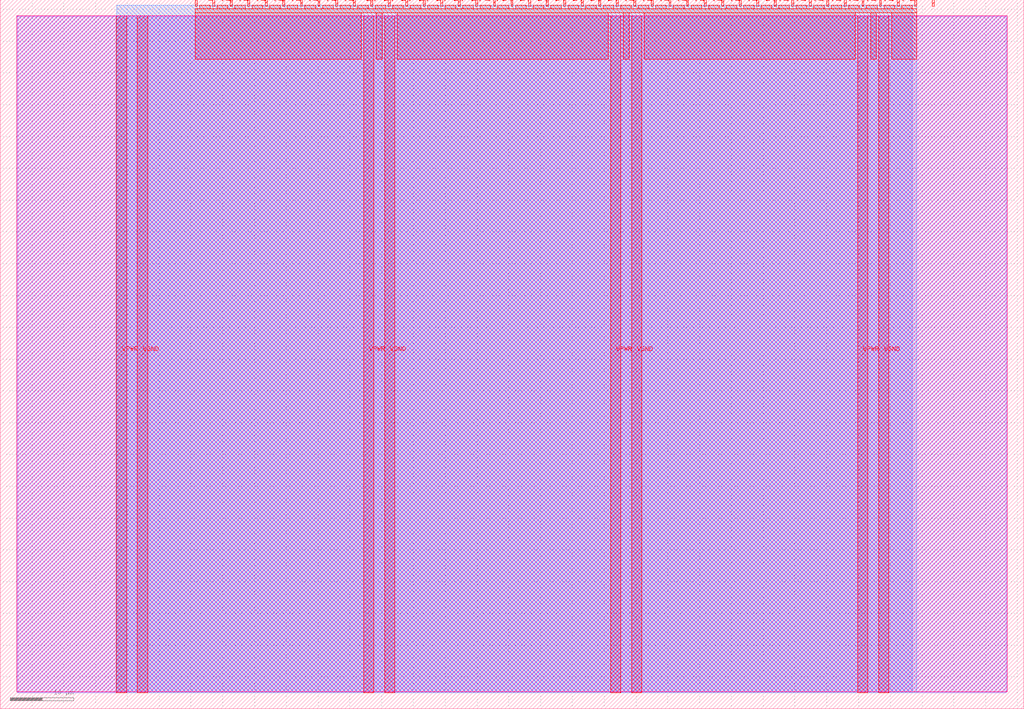
<source format=lef>
VERSION 5.7 ;
  NOWIREEXTENSIONATPIN ON ;
  DIVIDERCHAR "/" ;
  BUSBITCHARS "[]" ;
MACRO tt_um_marxkar_jtag
  CLASS BLOCK ;
  FOREIGN tt_um_marxkar_jtag ;
  ORIGIN 0.000 0.000 ;
  SIZE 161.000 BY 111.520 ;
  PIN VGND
    DIRECTION INOUT ;
    USE GROUND ;
    PORT
      LAYER met4 ;
        RECT 21.580 2.480 23.180 109.040 ;
    END
    PORT
      LAYER met4 ;
        RECT 60.450 2.480 62.050 109.040 ;
    END
    PORT
      LAYER met4 ;
        RECT 99.320 2.480 100.920 109.040 ;
    END
    PORT
      LAYER met4 ;
        RECT 138.190 2.480 139.790 109.040 ;
    END
  END VGND
  PIN VPWR
    DIRECTION INOUT ;
    USE POWER ;
    PORT
      LAYER met4 ;
        RECT 18.280 2.480 19.880 109.040 ;
    END
    PORT
      LAYER met4 ;
        RECT 57.150 2.480 58.750 109.040 ;
    END
    PORT
      LAYER met4 ;
        RECT 96.020 2.480 97.620 109.040 ;
    END
    PORT
      LAYER met4 ;
        RECT 134.890 2.480 136.490 109.040 ;
    END
  END VPWR
  PIN clk
    DIRECTION INPUT ;
    USE SIGNAL ;
    ANTENNAGATEAREA 0.852000 ;
    PORT
      LAYER met4 ;
        RECT 143.830 110.520 144.130 111.520 ;
    END
  END clk
  PIN ena
    DIRECTION INPUT ;
    USE SIGNAL ;
    PORT
      LAYER met4 ;
        RECT 146.590 110.520 146.890 111.520 ;
    END
  END ena
  PIN rst_n
    DIRECTION INPUT ;
    USE SIGNAL ;
    ANTENNAGATEAREA 0.196500 ;
    PORT
      LAYER met4 ;
        RECT 141.070 110.520 141.370 111.520 ;
    END
  END rst_n
  PIN ui_in[0]
    DIRECTION INPUT ;
    USE SIGNAL ;
    ANTENNAGATEAREA 0.213000 ;
    PORT
      LAYER met4 ;
        RECT 138.310 110.520 138.610 111.520 ;
    END
  END ui_in[0]
  PIN ui_in[1]
    DIRECTION INPUT ;
    USE SIGNAL ;
    ANTENNAGATEAREA 0.213000 ;
    PORT
      LAYER met4 ;
        RECT 135.550 110.520 135.850 111.520 ;
    END
  END ui_in[1]
  PIN ui_in[2]
    DIRECTION INPUT ;
    USE SIGNAL ;
    PORT
      LAYER met4 ;
        RECT 132.790 110.520 133.090 111.520 ;
    END
  END ui_in[2]
  PIN ui_in[3]
    DIRECTION INPUT ;
    USE SIGNAL ;
    PORT
      LAYER met4 ;
        RECT 130.030 110.520 130.330 111.520 ;
    END
  END ui_in[3]
  PIN ui_in[4]
    DIRECTION INPUT ;
    USE SIGNAL ;
    PORT
      LAYER met4 ;
        RECT 127.270 110.520 127.570 111.520 ;
    END
  END ui_in[4]
  PIN ui_in[5]
    DIRECTION INPUT ;
    USE SIGNAL ;
    PORT
      LAYER met4 ;
        RECT 124.510 110.520 124.810 111.520 ;
    END
  END ui_in[5]
  PIN ui_in[6]
    DIRECTION INPUT ;
    USE SIGNAL ;
    PORT
      LAYER met4 ;
        RECT 121.750 110.520 122.050 111.520 ;
    END
  END ui_in[6]
  PIN ui_in[7]
    DIRECTION INPUT ;
    USE SIGNAL ;
    PORT
      LAYER met4 ;
        RECT 118.990 110.520 119.290 111.520 ;
    END
  END ui_in[7]
  PIN uio_in[0]
    DIRECTION INPUT ;
    USE SIGNAL ;
    PORT
      LAYER met4 ;
        RECT 116.230 110.520 116.530 111.520 ;
    END
  END uio_in[0]
  PIN uio_in[1]
    DIRECTION INPUT ;
    USE SIGNAL ;
    PORT
      LAYER met4 ;
        RECT 113.470 110.520 113.770 111.520 ;
    END
  END uio_in[1]
  PIN uio_in[2]
    DIRECTION INPUT ;
    USE SIGNAL ;
    PORT
      LAYER met4 ;
        RECT 110.710 110.520 111.010 111.520 ;
    END
  END uio_in[2]
  PIN uio_in[3]
    DIRECTION INPUT ;
    USE SIGNAL ;
    PORT
      LAYER met4 ;
        RECT 107.950 110.520 108.250 111.520 ;
    END
  END uio_in[3]
  PIN uio_in[4]
    DIRECTION INPUT ;
    USE SIGNAL ;
    PORT
      LAYER met4 ;
        RECT 105.190 110.520 105.490 111.520 ;
    END
  END uio_in[4]
  PIN uio_in[5]
    DIRECTION INPUT ;
    USE SIGNAL ;
    PORT
      LAYER met4 ;
        RECT 102.430 110.520 102.730 111.520 ;
    END
  END uio_in[5]
  PIN uio_in[6]
    DIRECTION INPUT ;
    USE SIGNAL ;
    PORT
      LAYER met4 ;
        RECT 99.670 110.520 99.970 111.520 ;
    END
  END uio_in[6]
  PIN uio_in[7]
    DIRECTION INPUT ;
    USE SIGNAL ;
    PORT
      LAYER met4 ;
        RECT 96.910 110.520 97.210 111.520 ;
    END
  END uio_in[7]
  PIN uio_oe[0]
    DIRECTION OUTPUT ;
    USE SIGNAL ;
    PORT
      LAYER met4 ;
        RECT 49.990 110.520 50.290 111.520 ;
    END
  END uio_oe[0]
  PIN uio_oe[1]
    DIRECTION OUTPUT ;
    USE SIGNAL ;
    PORT
      LAYER met4 ;
        RECT 47.230 110.520 47.530 111.520 ;
    END
  END uio_oe[1]
  PIN uio_oe[2]
    DIRECTION OUTPUT ;
    USE SIGNAL ;
    PORT
      LAYER met4 ;
        RECT 44.470 110.520 44.770 111.520 ;
    END
  END uio_oe[2]
  PIN uio_oe[3]
    DIRECTION OUTPUT ;
    USE SIGNAL ;
    PORT
      LAYER met4 ;
        RECT 41.710 110.520 42.010 111.520 ;
    END
  END uio_oe[3]
  PIN uio_oe[4]
    DIRECTION OUTPUT ;
    USE SIGNAL ;
    PORT
      LAYER met4 ;
        RECT 38.950 110.520 39.250 111.520 ;
    END
  END uio_oe[4]
  PIN uio_oe[5]
    DIRECTION OUTPUT ;
    USE SIGNAL ;
    PORT
      LAYER met4 ;
        RECT 36.190 110.520 36.490 111.520 ;
    END
  END uio_oe[5]
  PIN uio_oe[6]
    DIRECTION OUTPUT ;
    USE SIGNAL ;
    PORT
      LAYER met4 ;
        RECT 33.430 110.520 33.730 111.520 ;
    END
  END uio_oe[6]
  PIN uio_oe[7]
    DIRECTION OUTPUT ;
    USE SIGNAL ;
    PORT
      LAYER met4 ;
        RECT 30.670 110.520 30.970 111.520 ;
    END
  END uio_oe[7]
  PIN uio_out[0]
    DIRECTION OUTPUT ;
    USE SIGNAL ;
    PORT
      LAYER met4 ;
        RECT 72.070 110.520 72.370 111.520 ;
    END
  END uio_out[0]
  PIN uio_out[1]
    DIRECTION OUTPUT ;
    USE SIGNAL ;
    PORT
      LAYER met4 ;
        RECT 69.310 110.520 69.610 111.520 ;
    END
  END uio_out[1]
  PIN uio_out[2]
    DIRECTION OUTPUT ;
    USE SIGNAL ;
    PORT
      LAYER met4 ;
        RECT 66.550 110.520 66.850 111.520 ;
    END
  END uio_out[2]
  PIN uio_out[3]
    DIRECTION OUTPUT ;
    USE SIGNAL ;
    PORT
      LAYER met4 ;
        RECT 63.790 110.520 64.090 111.520 ;
    END
  END uio_out[3]
  PIN uio_out[4]
    DIRECTION OUTPUT ;
    USE SIGNAL ;
    PORT
      LAYER met4 ;
        RECT 61.030 110.520 61.330 111.520 ;
    END
  END uio_out[4]
  PIN uio_out[5]
    DIRECTION OUTPUT ;
    USE SIGNAL ;
    PORT
      LAYER met4 ;
        RECT 58.270 110.520 58.570 111.520 ;
    END
  END uio_out[5]
  PIN uio_out[6]
    DIRECTION OUTPUT ;
    USE SIGNAL ;
    PORT
      LAYER met4 ;
        RECT 55.510 110.520 55.810 111.520 ;
    END
  END uio_out[6]
  PIN uio_out[7]
    DIRECTION OUTPUT ;
    USE SIGNAL ;
    PORT
      LAYER met4 ;
        RECT 52.750 110.520 53.050 111.520 ;
    END
  END uio_out[7]
  PIN uo_out[0]
    DIRECTION OUTPUT ;
    USE SIGNAL ;
    ANTENNADIFFAREA 0.445500 ;
    PORT
      LAYER met4 ;
        RECT 94.150 110.520 94.450 111.520 ;
    END
  END uo_out[0]
  PIN uo_out[1]
    DIRECTION OUTPUT ;
    USE SIGNAL ;
    ANTENNAGATEAREA 2.241000 ;
    ANTENNADIFFAREA 0.891000 ;
    PORT
      LAYER met4 ;
        RECT 91.390 110.520 91.690 111.520 ;
    END
  END uo_out[1]
  PIN uo_out[2]
    DIRECTION OUTPUT ;
    USE SIGNAL ;
    ANTENNAGATEAREA 0.838500 ;
    ANTENNADIFFAREA 0.795200 ;
    PORT
      LAYER met4 ;
        RECT 88.630 110.520 88.930 111.520 ;
    END
  END uo_out[2]
  PIN uo_out[3]
    DIRECTION OUTPUT ;
    USE SIGNAL ;
    ANTENNAGATEAREA 1.867500 ;
    ANTENNADIFFAREA 0.891000 ;
    PORT
      LAYER met4 ;
        RECT 85.870 110.520 86.170 111.520 ;
    END
  END uo_out[3]
  PIN uo_out[4]
    DIRECTION OUTPUT ;
    USE SIGNAL ;
    ANTENNAGATEAREA 1.086000 ;
    ANTENNADIFFAREA 0.891000 ;
    PORT
      LAYER met4 ;
        RECT 83.110 110.520 83.410 111.520 ;
    END
  END uo_out[4]
  PIN uo_out[5]
    DIRECTION OUTPUT ;
    USE SIGNAL ;
    ANTENNAGATEAREA 1.242000 ;
    ANTENNADIFFAREA 0.891000 ;
    PORT
      LAYER met4 ;
        RECT 80.350 110.520 80.650 111.520 ;
    END
  END uo_out[5]
  PIN uo_out[6]
    DIRECTION OUTPUT ;
    USE SIGNAL ;
    ANTENNAGATEAREA 1.368000 ;
    ANTENNADIFFAREA 0.891000 ;
    PORT
      LAYER met4 ;
        RECT 77.590 110.520 77.890 111.520 ;
    END
  END uo_out[6]
  PIN uo_out[7]
    DIRECTION OUTPUT ;
    USE SIGNAL ;
    ANTENNADIFFAREA 0.445500 ;
    PORT
      LAYER met4 ;
        RECT 74.830 110.520 75.130 111.520 ;
    END
  END uo_out[7]
  OBS
      LAYER nwell ;
        RECT 2.570 2.635 158.430 108.990 ;
      LAYER li1 ;
        RECT 2.760 2.635 158.240 108.885 ;
      LAYER met1 ;
        RECT 2.760 2.480 158.240 109.040 ;
      LAYER met2 ;
        RECT 18.310 2.535 143.430 110.685 ;
      LAYER met3 ;
        RECT 18.290 2.555 144.170 110.665 ;
      LAYER met4 ;
        RECT 31.370 110.120 33.030 110.665 ;
        RECT 34.130 110.120 35.790 110.665 ;
        RECT 36.890 110.120 38.550 110.665 ;
        RECT 39.650 110.120 41.310 110.665 ;
        RECT 42.410 110.120 44.070 110.665 ;
        RECT 45.170 110.120 46.830 110.665 ;
        RECT 47.930 110.120 49.590 110.665 ;
        RECT 50.690 110.120 52.350 110.665 ;
        RECT 53.450 110.120 55.110 110.665 ;
        RECT 56.210 110.120 57.870 110.665 ;
        RECT 58.970 110.120 60.630 110.665 ;
        RECT 61.730 110.120 63.390 110.665 ;
        RECT 64.490 110.120 66.150 110.665 ;
        RECT 67.250 110.120 68.910 110.665 ;
        RECT 70.010 110.120 71.670 110.665 ;
        RECT 72.770 110.120 74.430 110.665 ;
        RECT 75.530 110.120 77.190 110.665 ;
        RECT 78.290 110.120 79.950 110.665 ;
        RECT 81.050 110.120 82.710 110.665 ;
        RECT 83.810 110.120 85.470 110.665 ;
        RECT 86.570 110.120 88.230 110.665 ;
        RECT 89.330 110.120 90.990 110.665 ;
        RECT 92.090 110.120 93.750 110.665 ;
        RECT 94.850 110.120 96.510 110.665 ;
        RECT 97.610 110.120 99.270 110.665 ;
        RECT 100.370 110.120 102.030 110.665 ;
        RECT 103.130 110.120 104.790 110.665 ;
        RECT 105.890 110.120 107.550 110.665 ;
        RECT 108.650 110.120 110.310 110.665 ;
        RECT 111.410 110.120 113.070 110.665 ;
        RECT 114.170 110.120 115.830 110.665 ;
        RECT 116.930 110.120 118.590 110.665 ;
        RECT 119.690 110.120 121.350 110.665 ;
        RECT 122.450 110.120 124.110 110.665 ;
        RECT 125.210 110.120 126.870 110.665 ;
        RECT 127.970 110.120 129.630 110.665 ;
        RECT 130.730 110.120 132.390 110.665 ;
        RECT 133.490 110.120 135.150 110.665 ;
        RECT 136.250 110.120 137.910 110.665 ;
        RECT 139.010 110.120 140.670 110.665 ;
        RECT 141.770 110.120 143.430 110.665 ;
        RECT 30.655 109.440 144.145 110.120 ;
        RECT 30.655 102.175 56.750 109.440 ;
        RECT 59.150 102.175 60.050 109.440 ;
        RECT 62.450 102.175 95.620 109.440 ;
        RECT 98.020 102.175 98.920 109.440 ;
        RECT 101.320 102.175 134.490 109.440 ;
        RECT 136.890 102.175 137.790 109.440 ;
        RECT 140.190 102.175 144.145 109.440 ;
  END
END tt_um_marxkar_jtag
END LIBRARY


</source>
